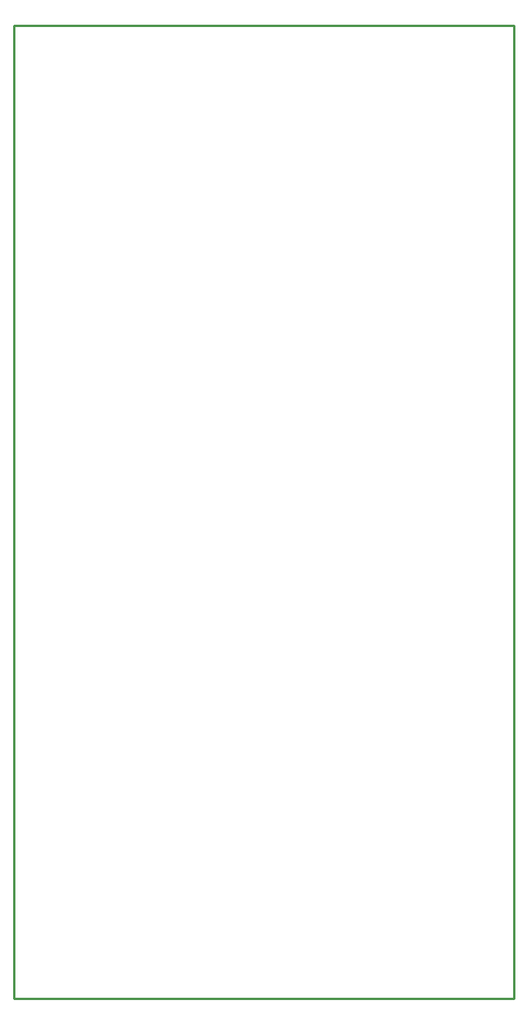
<source format=gbr>
G04 EAGLE Gerber RS-274X export*
G75*
%MOMM*%
%FSLAX34Y34*%
%LPD*%
%IN*%
%IPPOS*%
%AMOC8*
5,1,8,0,0,1.08239X$1,22.5*%
G01*
%ADD10C,0.254000*%


D10*
X0Y0D02*
X548640Y0D01*
X548640Y1066800D01*
X0Y1066800D01*
X0Y0D01*
M02*

</source>
